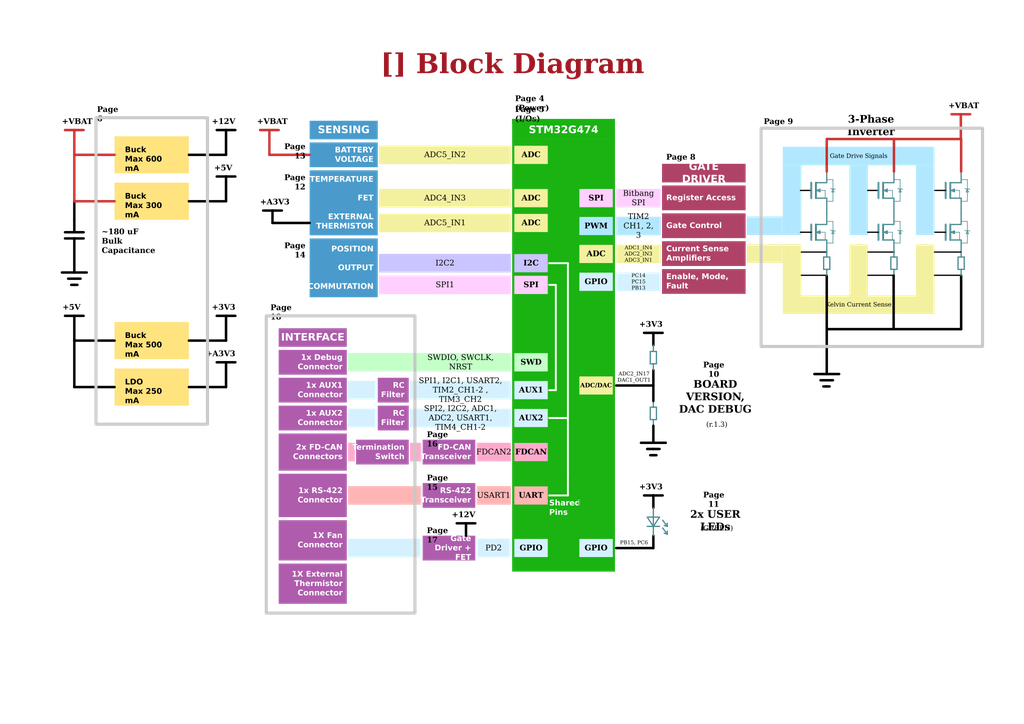
<source format=kicad_sch>
(kicad_sch (version 20230121) (generator eeschema)
  (paper "A3")
  (title_block (title "Block Diagram") (date "2023-11-30") (rev "${REVISION}") (company "${COMPANY}"))
  (lib_symbols)
  (polyline (pts (xy 363.855 77.597) (xy 362.585 78.105)) (stroke (width 0.508) (color 74 138 145 1)))
  (polyline (pts (xy 191.135 214.63) (xy 191.135 219.71)) (stroke (width 1.016) (color 0 0 0 1)))
  (polyline (pts (xy 365.379 110.49) (xy 367.919 110.49)) (stroke (width 0.508) (color 74 138 145 1)))
  (polyline (pts (xy 389.763 98.425) (xy 389.763 92.075)) (stroke (width 0.762) (color 74 138 145 1)))
  (polyline (pts (xy 338.455 95.25) (xy 338.455 98.425)) (stroke (width 0.254) (color 74 138 145 1)))
  (polyline (pts (xy 392.938 105.41) (xy 392.938 110.49)) (stroke (width 0.508) (color 74 138 145 1)))
  (polyline (pts (xy 267.97 224.79) (xy 267.97 219.71)) (stroke (width 1.016) (color 0 0 0 1)))
  (polyline (pts (xy 334.01 153.416) (xy 339.09 153.416)) (stroke (width 1.016) (color 0 0 0 1)))
  (polyline (pts (xy 273.685 219.075) (xy 273.685 217.805)) (stroke (width 0.508) (color 74 138 145 1)))
  (polyline (pts (xy 394.208 90.805) (xy 396.748 90.805)) (stroke (width 0.254) (color 74 138 145 1)))
  (polyline (pts (xy 266.7 149.225) (xy 269.24 149.225)) (stroke (width 0.508) (color 74 138 145 1)))
  (polyline (pts (xy 363.855 77.597) (xy 363.855 78.613)) (stroke (width 0.508) (color 74 138 145 1)))
  (polyline (pts (xy 395.478 105.41) (xy 395.478 110.49)) (stroke (width 0.508) (color 74 138 145 1)))
  (polyline (pts (xy 92.71 72.39) (xy 88.9 72.39)) (stroke (width 1.016) (color 0 0 0 1)))
  (polyline (pts (xy 267.97 164.465) (xy 267.97 158.115)) (stroke (width 1.016) (color 0 0 0 1)))
  (polyline (pts (xy 110.49 53.34) (xy 114.3 53.34)) (stroke (width 1.016) (color 200 50 50 1)))
  (polyline (pts (xy 340.995 94.615) (xy 342.265 94.615)) (stroke (width 0.254) (color 74 138 145 1)))
  (polyline (pts (xy 77.47 63.5) (xy 92.71 63.5)) (stroke (width 1.016) (color 0 0 0 1)))
  (polyline (pts (xy 340.614 77.216) (xy 340.995 77.47)) (stroke (width 0.254) (color 74 138 145 1)))
  (polyline (pts (xy 30.48 139.7) (xy 46.99 139.7)) (stroke (width 1.016) (color 0 0 0 1)))
  (polyline (pts (xy 366.649 98.425) (xy 362.204 98.425)) (stroke (width 0.508) (color 74 138 145 1)))
  (polyline (pts (xy 127 91.44) (xy 111.76 91.44)) (stroke (width 1.016) (color 0 0 0 1)))
  (polyline (pts (xy 30.48 111.76) (xy 35.56 111.76)) (stroke (width 1.016) (color 0 0 0 1)))
  (polyline (pts (xy 271.78 216.535) (xy 273.685 219.075)) (stroke (width 0.508) (color 74 138 145 1)))
  (polyline (pts (xy 336.296 94.742) (xy 335.026 95.25)) (stroke (width 0.508) (color 74 138 145 1)))
  (polyline (pts (xy 394.208 113.03) (xy 394.208 135.001)) (stroke (width 1.016) (color 0 0 0 1)))
  (polyline (pts (xy 127 63.5) (xy 110.49 63.5)) (stroke (width 1.016) (color 200 50 50 1)))
  (polyline (pts (xy 30.48 158.75) (xy 46.99 158.75)) (stroke (width 1.016) (color 0 0 0 1)))
  (polyline (pts (xy 339.09 155.956) (xy 336.55 155.956)) (stroke (width 1.016) (color 0 0 0 1)))
  (polyline (pts (xy 266.7 172.085) (xy 269.24 172.085)) (stroke (width 0.508) (color 74 138 145 1)))
  (polyline (pts (xy 397.256 78.74) (xy 396.748 77.47)) (stroke (width 0.254) (color 74 138 145 1)))
  (polyline (pts (xy 366.649 102.87) (xy 366.649 105.41)) (stroke (width 0.508) (color 74 138 145 1)))
  (polyline (pts (xy 267.97 219.71) (xy 267.97 208.28)) (stroke (width 0.508) (color 74 138 145 1)))
  (polyline (pts (xy 341.63 155.956) (xy 339.09 155.956)) (stroke (width 1.016) (color 0 0 0 1)))
  (polyline (pts (xy 92.71 53.34) (xy 88.9 53.34)) (stroke (width 1.016) (color 0 0 0 1)))
  (polyline (pts (xy 396.113 77.47) (xy 397.383 77.47)) (stroke (width 0.254) (color 74 138 145 1)))
  (polyline (pts (xy 266.7 144.145) (xy 269.24 144.145)) (stroke (width 0.508) (color 74 138 145 1)))
  (polyline (pts (xy 30.48 97.79) (xy 26.67 97.79)) (stroke (width 1.016) (color 0 0 0 1)))
  (polyline (pts (xy 271.78 203.2) (xy 267.97 203.2)) (stroke (width 1.016) (color 0 0 0 1)))
  (polyline (pts (xy 336.296 77.597) (xy 336.296 78.613)) (stroke (width 0.508) (color 74 138 145 1)))
  (polyline (pts (xy 366.014 95.25) (xy 366.014 98.425)) (stroke (width 0.254) (color 74 138 145 1)))
  (polyline (pts (xy 30.48 53.34) (xy 30.48 63.5)) (stroke (width 1.016) (color 200 50 50 1)))
  (polyline (pts (xy 106.68 53.34) (xy 110.49 53.34)) (stroke (width 1.016) (color 200 50 50 1)))
  (polyline (pts (xy 334.645 98.425) (xy 334.645 92.075)) (stroke (width 0.762) (color 74 138 145 1)))
  (polyline (pts (xy 383.413 95.25) (xy 387.858 95.25)) (stroke (width 0.508) (color 0 0 0 1)))
  (polyline (pts (xy 267.97 184.15) (xy 265.43 184.15)) (stroke (width 1.016) (color 0 0 0 1)))
  (polyline (pts (xy 390.144 95.25) (xy 391.414 95.758)) (stroke (width 0.508) (color 74 138 145 1)))
  (polyline (pts (xy 366.649 87.63) (xy 366.649 92.075)) (stroke (width 0.508) (color 74 138 145 1)))
  (polyline (pts (xy 341.63 90.805) (xy 341.63 99.695)) (stroke (width 0.254) (color 74 138 145 1)))
  (polyline (pts (xy 252.73 224.79) (xy 267.97 224.79)) (stroke (width 1.016) (color 0 0 0 1)))
  (polyline (pts (xy 369.697 78.74) (xy 369.189 77.47)) (stroke (width 0.254) (color 74 138 145 1)))
  (polyline (pts (xy 396.748 73.66) (xy 396.748 82.55)) (stroke (width 0.254) (color 74 138 145 1)))
  (polyline (pts (xy 338.455 78.105) (xy 334.645 78.105)) (stroke (width 0.254) (color 74 138 145 1)))
  (polyline (pts (xy 92.71 148.59) (xy 92.71 158.75)) (stroke (width 1.016) (color 0 0 0 1)))
  (polyline (pts (xy 267.97 149.225) (xy 267.97 151.765)) (stroke (width 0.508) (color 74 138 145 1)))
  (polyline (pts (xy 269.24 144.145) (xy 269.24 149.225)) (stroke (width 0.508) (color 74 138 145 1)))
  (polyline (pts (xy 366.649 57.023) (xy 394.208 57.023)) (stroke (width 1.016) (color 200 50 50 1)))
  (polyline (pts (xy 395.732 94.361) (xy 396.113 94.615)) (stroke (width 0.254) (color 74 138 145 1)))
  (polyline (pts (xy 30.48 82.55) (xy 30.48 90.17)) (stroke (width 1.016) (color 0 0 0 1)))
  (polyline (pts (xy 340.233 158.496) (xy 338.963 158.496)) (stroke (width 1.016) (color 0 0 0 1)))
  (polyline (pts (xy 96.52 148.59) (xy 92.71 148.59)) (stroke (width 1.016) (color 0 0 0 1)))
  (polyline (pts (xy 266.7 167.005) (xy 266.7 172.085)) (stroke (width 0.508) (color 74 138 145 1)))
  (polyline (pts (xy 393.573 78.105) (xy 389.763 78.105)) (stroke (width 0.254) (color 74 138 145 1)))
  (polyline (pts (xy 339.09 73.66) (xy 341.63 73.66)) (stroke (width 0.254) (color 74 138 145 1)))
  (polyline (pts (xy 342.138 95.885) (xy 341.122 95.885)) (stroke (width 0.254) (color 74 138 145 1)))
  (polyline (pts (xy 270.51 184.15) (xy 267.97 184.15)) (stroke (width 1.016) (color 0 0 0 1)))
  (polyline (pts (xy 368.554 94.615) (xy 369.824 94.615)) (stroke (width 0.254) (color 74 138 145 1)))
  (polyline (pts (xy 365.379 105.41) (xy 367.919 105.41)) (stroke (width 0.508) (color 74 138 145 1)))
  (polyline (pts (xy 339.09 81.28) (xy 339.09 85.725)) (stroke (width 0.508) (color 74 138 145 1)))
  (polyline (pts (xy 92.71 72.39) (xy 92.71 82.55)) (stroke (width 1.016) (color 0 0 0 1)))
  (polyline (pts (xy 262.89 181.61) (xy 267.97 181.61)) (stroke (width 1.016) (color 0 0 0 1)))
  (polyline (pts (xy 267.97 136.525) (xy 264.16 136.525)) (stroke (width 1.016) (color 0 0 0 1)))
  (polyline (pts (xy 363.855 94.742) (xy 362.585 95.25)) (stroke (width 0.508) (color 74 138 145 1)))
  (polyline (pts (xy 369.189 94.615) (xy 368.681 95.885)) (stroke (width 0.254) (color 74 138 145 1)))
  (polyline (pts (xy 111.76 86.36) (xy 115.57 86.36)) (stroke (width 1.016) (color 0 0 0 1)))
  (polyline (pts (xy 266.7 167.005) (xy 269.24 167.005)) (stroke (width 0.508) (color 74 138 145 1)))
  (polyline (pts (xy 368.173 94.361) (xy 368.554 94.615)) (stroke (width 0.254) (color 74 138 145 1)))
  (polyline (pts (xy 394.208 102.87) (xy 394.208 105.41)) (stroke (width 0.508) (color 74 138 145 1)))
  (polyline (pts (xy 397.256 95.885) (xy 396.24 95.885)) (stroke (width 0.254) (color 74 138 145 1)))
  (polyline (pts (xy 365.379 105.41) (xy 365.379 110.49)) (stroke (width 0.508) (color 74 138 145 1)))
  (polyline (pts (xy 396.113 94.615) (xy 397.383 94.615)) (stroke (width 0.254) (color 74 138 145 1)))
  (polyline (pts (xy 366.522 113.03) (xy 366.522 134.874)) (stroke (width 1.016) (color 0 0 0 1)))
  (polyline (pts (xy 31.75 116.84) (xy 30.48 116.84)) (stroke (width 1.016) (color 0 0 0 1)))
  (polyline (pts (xy 394.208 110.49) (xy 394.208 113.03)) (stroke (width 0.508) (color 74 138 145 1)))
  (polyline (pts (xy 393.573 95.25) (xy 389.763 95.25)) (stroke (width 0.254) (color 74 138 145 1)))
  (polyline (pts (xy 336.296 77.597) (xy 335.026 78.105)) (stroke (width 0.508) (color 74 138 145 1)))
  (polyline (pts (xy 366.649 81.28) (xy 366.649 85.725)) (stroke (width 0.508) (color 74 138 145 1)))
  (polyline (pts (xy 265.43 215.9) (xy 270.51 215.9)) (stroke (width 0.508) (color 74 138 145 1)))
  (polyline (pts (xy 366.649 81.28) (xy 362.204 81.28)) (stroke (width 0.508) (color 74 138 145 1)))
  (polyline (pts (xy 267.97 141.605) (xy 267.97 144.145)) (stroke (width 0.508) (color 74 138 145 1)))
  (polyline (pts (xy 370.205 77.724) (xy 369.824 77.47)) (stroke (width 0.254) (color 74 138 145 1)))
  (polyline (pts (xy 366.649 82.55) (xy 369.189 82.55)) (stroke (width 0.254) (color 74 138 145 1)))
  (polyline (pts (xy 396.748 90.805) (xy 396.748 99.695)) (stroke (width 0.254) (color 74 138 145 1)))
  (polyline (pts (xy 339.09 102.87) (xy 339.09 105.41)) (stroke (width 0.508) (color 74 138 145 1)))
  (polyline (pts (xy 267.97 180.975) (xy 267.97 174.625)) (stroke (width 1.016) (color 0 0 0 1)))
  (polyline (pts (xy 273.685 219.075) (xy 272.415 218.694)) (stroke (width 0.508) (color 74 138 145 1)))
  (polyline (pts (xy 396.748 77.47) (xy 396.24 78.74)) (stroke (width 0.254) (color 74 138 145 1)))
  (polyline (pts (xy 30.48 72.39) (xy 30.48 82.55)) (stroke (width 1.016) (color 200 50 50 1)))
  (polyline (pts (xy 342.138 95.885) (xy 341.63 94.615)) (stroke (width 0.254) (color 74 138 145 1)))
  (polyline (pts (xy 96.52 53.34) (xy 92.71 53.34)) (stroke (width 1.016) (color 0 0 0 1)))
  (polyline (pts (xy 392.938 110.49) (xy 395.478 110.49)) (stroke (width 0.508) (color 74 138 145 1)))
  (polyline (pts (xy 25.4 111.76) (xy 30.48 111.76)) (stroke (width 1.016) (color 0 0 0 1)))
  (polyline (pts (xy 34.29 129.54) (xy 30.48 129.54)) (stroke (width 1.016) (color 0 0 0 1)))
  (polyline (pts (xy 271.78 136.525) (xy 267.97 136.525)) (stroke (width 1.016) (color 0 0 0 1)))
  (polyline (pts (xy 30.48 63.5) (xy 30.48 72.39)) (stroke (width 1.016) (color 200 50 50 1)))
  (polyline (pts (xy 334.645 81.28) (xy 334.645 74.93)) (stroke (width 0.762) (color 74 138 145 1)))
  (polyline (pts (xy 92.71 129.54) (xy 88.9 129.54)) (stroke (width 1.016) (color 0 0 0 1)))
  (polyline (pts (xy 194.945 214.63) (xy 191.135 214.63)) (stroke (width 1.016) (color 0 0 0 1)))
  (polyline (pts (xy 46.99 82.55) (xy 30.48 82.55)) (stroke (width 1.016) (color 200 50 50 1)))
  (polyline (pts (xy 389.763 81.28) (xy 389.763 74.93)) (stroke (width 0.762) (color 74 138 145 1)))
  (polyline (pts (xy 355.981 112.903) (xy 366.776 112.903)) (stroke (width 0.508) (color 0 0 0 1)))
  (polyline (pts (xy 366.014 78.105) (xy 366.014 81.28)) (stroke (width 0.254) (color 74 138 145 1)))
  (polyline (pts (xy 366.649 90.805) (xy 369.189 90.805)) (stroke (width 0.254) (color 74 138 145 1)))
  (polyline (pts (xy 397.764 94.869) (xy 397.383 94.615)) (stroke (width 0.254) (color 74 138 145 1)))
  (polyline (pts (xy 267.97 203.2) (xy 264.16 203.2)) (stroke (width 1.016) (color 0 0 0 1)))
  (polyline (pts (xy 394.208 98.425) (xy 389.763 98.425)) (stroke (width 0.508) (color 74 138 145 1)))
  (polyline (pts (xy 267.97 141.605) (xy 267.97 136.525)) (stroke (width 1.016) (color 0 0 0 1)))
  (polyline (pts (xy 394.208 82.55) (xy 396.748 82.55)) (stroke (width 0.254) (color 74 138 145 1)))
  (polyline (pts (xy 395.732 77.216) (xy 396.113 77.47)) (stroke (width 0.254) (color 74 138 145 1)))
  (polyline (pts (xy 383.413 78.105) (xy 387.858 78.105)) (stroke (width 0.508) (color 0 0 0 1)))
  (polyline (pts (xy 394.208 98.425) (xy 394.208 102.87)) (stroke (width 0.508) (color 74 138 145 1)))
  (polyline (pts (xy 340.36 105.41) (xy 340.36 110.49)) (stroke (width 0.508) (color 74 138 145 1)))
  (polyline (pts (xy 339.09 98.425) (xy 339.09 102.87)) (stroke (width 0.508) (color 74 138 145 1)))
  (polyline (pts (xy 391.414 94.742) (xy 391.414 95.758)) (stroke (width 0.508) (color 74 138 145 1)))
  (polyline (pts (xy 232.918 194.31) (xy 232.918 203.2)) (stroke (width 0.762) (color 255 255 255 1)))
  (polyline (pts (xy 394.208 99.695) (xy 396.748 99.695)) (stroke (width 0.254) (color 74 138 145 1)))
  (polyline (pts (xy 332.74 81.28) (xy 332.74 74.93)) (stroke (width 0.762) (color 74 138 145 1)))
  (polyline (pts (xy 368.173 77.216) (xy 368.554 77.47)) (stroke (width 0.254) (color 74 138 145 1)))
  (polyline (pts (xy 232.918 171.45) (xy 232.918 116.84)) (stroke (width 0.762) (color 255 255 255 1)))
  (polyline (pts (xy 341.63 77.47) (xy 341.122 78.74)) (stroke (width 0.254) (color 74 138 145 1)))
  (polyline (pts (xy 269.24 186.69) (xy 267.97 186.69)) (stroke (width 1.016) (color 0 0 0 1)))
  (polyline (pts (xy 337.82 110.49) (xy 340.36 110.49)) (stroke (width 0.508) (color 74 138 145 1)))
  (polyline (pts (xy 338.455 95.25) (xy 334.645 95.25)) (stroke (width 0.254) (color 74 138 145 1)))
  (polyline (pts (xy 397.256 78.74) (xy 396.24 78.74)) (stroke (width 0.254) (color 74 138 145 1)))
  (polyline (pts (xy 342.646 94.869) (xy 342.265 94.615)) (stroke (width 0.254) (color 74 138 145 1)))
  (polyline (pts (xy 92.71 148.59) (xy 88.9 148.59)) (stroke (width 1.016) (color 0 0 0 1)))
  (polyline (pts (xy 339.09 85.725) (xy 339.09 87.63)) (stroke (width 0.508) (color 74 138 145 1)))
  (polyline (pts (xy 342.646 77.724) (xy 342.265 77.47)) (stroke (width 0.254) (color 74 138 145 1)))
  (polyline (pts (xy 362.585 78.105) (xy 363.855 78.613)) (stroke (width 0.508) (color 74 138 145 1)))
  (polyline (pts (xy 387.858 98.425) (xy 387.858 92.075)) (stroke (width 0.762) (color 74 138 145 1)))
  (polyline (pts (xy 46.99 63.5) (xy 30.48 63.5)) (stroke (width 1.016) (color 200 50 50 1)))
  (polyline (pts (xy 342.138 78.74) (xy 341.122 78.74)) (stroke (width 0.254) (color 74 138 145 1)))
  (polyline (pts (xy 355.981 103.378) (xy 366.776 103.378)) (stroke (width 0.508) (color 0 0 0 1)))
  (polyline (pts (xy 339.09 153.416) (xy 344.17 153.416)) (stroke (width 1.016) (color 0 0 0 1)))
  (polyline (pts (xy 96.52 129.54) (xy 92.71 129.54)) (stroke (width 1.016) (color 0 0 0 1)))
  (polyline (pts (xy 394.208 92.075) (xy 389.763 92.075)) (stroke (width 0.508) (color 74 138 145 1)))
  (polyline (pts (xy 396.748 94.615) (xy 396.24 95.885)) (stroke (width 0.254) (color 74 138 145 1)))
  (polyline (pts (xy 394.208 85.725) (xy 394.208 87.63)) (stroke (width 0.508) (color 74 138 145 1)))
  (polyline (pts (xy 391.414 94.742) (xy 390.144 95.25)) (stroke (width 0.508) (color 74 138 145 1)))
  (polyline (pts (xy 397.764 77.724) (xy 397.383 77.47)) (stroke (width 0.254) (color 74 138 145 1)))
  (polyline (pts (xy 92.71 129.54) (xy 92.71 139.7)) (stroke (width 1.016) (color 0 0 0 1)))
  (polyline (pts (xy 232.918 194.31) (xy 232.918 171.45)) (stroke (width 0.762) (color 255 255 255 1)))
  (polyline (pts (xy 26.67 53.34) (xy 30.48 53.34)) (stroke (width 1.016) (color 200 50 50 1)))
  (polyline (pts (xy 394.208 57.023) (xy 394.208 70.358)) (stroke (width 1.016) (color 200 50 50 1)))
  (polyline (pts (xy 339.09 57.023) (xy 339.09 70.358)) (stroke (width 1.016) (color 200 50 50 1)))
  (polyline (pts (xy 252.73 158.115) (xy 267.97 158.115)) (stroke (width 1.016) (color 0 0 0 1)))
  (polyline (pts (xy 369.697 95.885) (xy 369.189 94.615)) (stroke (width 0.254) (color 74 138 145 1)))
  (polyline (pts (xy 225.044 160.02) (xy 227.965 160.02)) (stroke (width 0.762) (color 255 255 255 1)))
  (polyline (pts (xy 225.044 107.95) (xy 232.918 107.95)) (stroke (width 0.762) (color 255 255 255 1)))
  (polyline (pts (xy 340.614 94.361) (xy 340.995 94.615)) (stroke (width 0.254) (color 74 138 145 1)))
  (polyline (pts (xy 267.97 215.9) (xy 270.51 212.09)) (stroke (width 0.508) (color 74 138 145 1)))
  (polyline (pts (xy 339.09 99.695) (xy 341.63 99.695)) (stroke (width 0.254) (color 74 138 145 1)))
  (polyline (pts (xy 339.09 113.03) (xy 339.09 135.001)) (stroke (width 1.016) (color 0 0 0 1)))
  (polyline (pts (xy 394.081 46.863) (xy 397.891 46.863)) (stroke (width 1.016) (color 200 50 50 1)))
  (polyline (pts (xy 225.044 116.84) (xy 227.965 116.84)) (stroke (width 0.762) (color 255 255 255 1)))
  (polyline (pts (xy 339.09 74.93) (xy 334.645 74.93)) (stroke (width 0.508) (color 74 138 145 1)))
  (polyline (pts (xy 30.48 53.34) (xy 34.29 53.34)) (stroke (width 1.016) (color 200 50 50 1)))
  (polyline (pts (xy 30.48 97.79) (xy 30.48 111.76)) (stroke (width 1.016) (color 0 0 0 1)))
  (polyline (pts (xy 328.676 103.378) (xy 338.836 103.378)) (stroke (width 0.508) (color 0 0 0 1)))
  (polyline (pts (xy 338.455 78.105) (xy 338.455 81.28)) (stroke (width 0.254) (color 74 138 145 1)))
  (polyline (pts (xy 30.48 95.25) (xy 26.67 95.25)) (stroke (width 1.016) (color 0 0 0 1)))
  (polyline (pts (xy 332.74 98.425) (xy 332.74 92.075)) (stroke (width 0.762) (color 74 138 145 1)))
  (polyline (pts (xy 328.295 78.105) (xy 332.74 78.105)) (stroke (width 0.508) (color 0 0 0 1)))
  (polyline (pts (xy 30.48 139.7) (xy 30.48 158.75)) (stroke (width 1.016) (color 0 0 0 1)))
  (polyline (pts (xy 338.963 158.496) (xy 337.693 158.496)) (stroke (width 1.016) (color 0 0 0 1)))
  (polyline (pts (xy 368.554 77.47) (xy 369.824 77.47)) (stroke (width 0.254) (color 74 138 145 1)))
  (polyline (pts (xy 363.855 94.742) (xy 363.855 95.758)) (stroke (width 0.508) (color 74 138 145 1)))
  (polyline (pts (xy 394.208 73.66) (xy 396.748 73.66)) (stroke (width 0.254) (color 74 138 145 1)))
  (polyline (pts (xy 355.854 95.25) (xy 360.299 95.25)) (stroke (width 0.508) (color 0 0 0 1)))
  (polyline (pts (xy 267.97 208.28) (xy 267.97 203.2)) (stroke (width 1.016) (color 0 0 0 1)))
  (polyline (pts (xy 362.585 95.25) (xy 363.855 95.758)) (stroke (width 0.508) (color 74 138 145 1)))
  (polyline (pts (xy 265.43 212.09) (xy 270.51 212.09)) (stroke (width 0.508) (color 74 138 145 1)))
  (polyline (pts (xy 110.49 53.34) (xy 110.49 63.5)) (stroke (width 1.016) (color 200 50 50 1)))
  (polyline (pts (xy 391.414 77.597) (xy 391.414 78.613)) (stroke (width 0.508) (color 74 138 145 1)))
  (polyline (pts (xy 30.48 116.84) (xy 29.21 116.84)) (stroke (width 1.016) (color 0 0 0 1)))
  (polyline (pts (xy 394.208 81.28) (xy 389.763 81.28)) (stroke (width 0.508) (color 74 138 145 1)))
  (polyline (pts (xy 34.29 95.25) (xy 30.48 95.25)) (stroke (width 1.016) (color 0 0 0 1)))
  (polyline (pts (xy 92.71 53.34) (xy 92.71 63.5)) (stroke (width 1.016) (color 0 0 0 1)))
  (polyline (pts (xy 387.858 81.28) (xy 387.858 74.93)) (stroke (width 0.762) (color 74 138 145 1)))
  (polyline (pts (xy 339.09 70.485) (xy 339.09 74.93)) (stroke (width 0.508) (color 74 138 145 1)))
  (polyline (pts (xy 342.138 78.74) (xy 341.63 77.47)) (stroke (width 0.254) (color 74 138 145 1)))
  (polyline (pts (xy 328.295 95.25) (xy 332.74 95.25)) (stroke (width 0.508) (color 0 0 0 1)))
  (polyline (pts (xy 339.09 110.49) (xy 339.09 113.03)) (stroke (width 0.508) (color 74 138 145 1)))
  (polyline (pts (xy 34.29 97.79) (xy 30.48 97.79)) (stroke (width 1.016) (color 0 0 0 1)))
  (polyline (pts (xy 96.52 72.39) (xy 92.71 72.39)) (stroke (width 1.016) (color 0 0 0 1)))
  (polyline (pts (xy 339.09 135.001) (xy 394.208 135.001)) (stroke (width 1.016) (color 0 0 0 1)))
  (polyline (pts (xy 366.649 57.023) (xy 366.649 70.358)) (stroke (width 1.016) (color 200 50 50 1)))
  (polyline (pts (xy 30.48 129.54) (xy 30.48 139.7)) (stroke (width 1.016) (color 0 0 0 1)))
  (polyline (pts (xy 394.208 70.485) (xy 394.208 74.93)) (stroke (width 0.508) (color 74 138 145 1)))
  (polyline (pts (xy 366.649 92.075) (xy 362.204 92.075)) (stroke (width 0.508) (color 74 138 145 1)))
  (polyline (pts (xy 191.135 214.63) (xy 187.325 214.63)) (stroke (width 1.016) (color 0 0 0 1)))
  (polyline (pts (xy 391.414 77.597) (xy 390.144 78.105)) (stroke (width 0.508) (color 74 138 145 1)))
  (polyline (pts (xy 367.919 105.41) (xy 367.919 110.49)) (stroke (width 0.508) (color 74 138 145 1)))
  (polyline (pts (xy 366.014 95.25) (xy 362.204 95.25)) (stroke (width 0.254) (color 74 138 145 1)))
  (polyline (pts (xy 273.685 215.9) (xy 272.415 215.519)) (stroke (width 0.508) (color 74 138 145 1)))
  (polyline (pts (xy 339.09 57.023) (xy 366.649 57.023)) (stroke (width 1.016) (color 200 50 50 1)))
  (polyline (pts (xy 370.205 94.869) (xy 369.824 94.615)) (stroke (width 0.254) (color 74 138 145 1)))
  (polyline (pts (xy 267.97 164.465) (xy 267.97 167.005)) (stroke (width 0.508) (color 74 138 145 1)))
  (polyline (pts (xy 77.47 158.75) (xy 92.71 158.75)) (stroke (width 1.016) (color 0 0 0 1)))
  (polyline (pts (xy 227.965 160.02) (xy 227.965 125.73)) (stroke (width 0.762) (color 255 255 255 1)))
  (polyline (pts (xy 339.09 82.55) (xy 341.63 82.55)) (stroke (width 0.254) (color 74 138 145 1)))
  (polyline (pts (xy 362.204 98.425) (xy 362.204 92.075)) (stroke (width 0.762) (color 74 138 145 1)))
  (polyline (pts (xy 273.685 215.9) (xy 273.685 214.63)) (stroke (width 0.508) (color 74 138 145 1)))
  (polyline (pts (xy 77.47 139.7) (xy 92.71 139.7)) (stroke (width 1.016) (color 0 0 0 1)))
  (polyline (pts (xy 369.189 73.66) (xy 369.189 82.55)) (stroke (width 0.254) (color 74 138 145 1)))
  (polyline (pts (xy 266.7 144.145) (xy 266.7 149.225)) (stroke (width 0.508) (color 74 138 145 1)))
  (polyline (pts (xy 267.97 181.61) (xy 273.05 181.61)) (stroke (width 1.016) (color 0 0 0 1)))
  (polyline (pts (xy 360.299 81.28) (xy 360.299 74.93)) (stroke (width 0.762) (color 74 138 145 1)))
  (polyline (pts (xy 362.204 81.28) (xy 362.204 74.93)) (stroke (width 0.762) (color 74 138 145 1)))
  (polyline (pts (xy 366.649 73.66) (xy 369.189 73.66)) (stroke (width 0.254) (color 74 138 145 1)))
  (polyline (pts (xy 360.299 98.425) (xy 360.299 92.075)) (stroke (width 0.762) (color 74 138 145 1)))
  (polyline (pts (xy 30.48 129.54) (xy 26.67 129.54)) (stroke (width 1.016) (color 0 0 0 1)))
  (polyline (pts (xy 339.09 81.28) (xy 334.645 81.28)) (stroke (width 0.508) (color 74 138 145 1)))
  (polyline (pts (xy 30.48 90.17) (xy 30.48 95.25)) (stroke (width 1.016) (color 0 0 0 1)))
  (polyline (pts (xy 339.09 90.805) (xy 341.63 90.805)) (stroke (width 0.254) (color 74 138 145 1)))
  (polyline (pts (xy 390.144 78.105) (xy 391.414 78.613)) (stroke (width 0.508) (color 74 138 145 1)))
  (polyline (pts (xy 355.854 78.105) (xy 360.299 78.105)) (stroke (width 0.508) (color 0 0 0 1)))
  (polyline (pts (xy 111.76 86.36) (xy 111.76 91.44)) (stroke (width 1.016) (color 0 0 0 1)))
  (polyline (pts (xy 267.97 186.69) (xy 266.7 186.69)) (stroke (width 1.016) (color 0 0 0 1)))
  (polyline (pts (xy 271.78 213.36) (xy 273.685 215.9)) (stroke (width 0.508) (color 74 138 145 1)))
  (polyline (pts (xy 369.697 95.885) (xy 368.681 95.885)) (stroke (width 0.254) (color 74 138 145 1)))
  (polyline (pts (xy 366.649 98.425) (xy 366.649 102.87)) (stroke (width 0.508) (color 74 138 145 1)))
  (polyline (pts (xy 227.965 116.84) (xy 227.965 125.73)) (stroke (width 0.762) (color 255 255 255 1)))
  (polyline (pts (xy 225.044 171.45) (xy 232.918 171.45)) (stroke (width 0.762) (color 255 255 255 1)))
  (polyline (pts (xy 369.189 90.805) (xy 369.189 99.695)) (stroke (width 0.254) (color 74 138 145 1)))
  (polyline (pts (xy 335.026 95.25) (xy 336.296 95.758)) (stroke (width 0.508) (color 74 138 145 1)))
  (polyline (pts (xy 393.573 78.105) (xy 393.573 81.28)) (stroke (width 0.254) (color 74 138 145 1)))
  (polyline (pts (xy 328.676 112.903) (xy 338.836 112.903)) (stroke (width 0.508) (color 0 0 0 1)))
  (polyline (pts (xy 339.09 152.781) (xy 339.09 133.985)) (stroke (width 1.016) (color 0 0 0 1)))
  (polyline (pts (xy 267.97 158.115) (xy 267.97 151.765)) (stroke (width 1.016) (color 0 0 0 1)))
  (polyline (pts (xy 366.014 78.105) (xy 362.204 78.105)) (stroke (width 0.254) (color 74 138 145 1)))
  (polyline (pts (xy 394.081 46.863) (xy 394.081 57.023)) (stroke (width 1.016) (color 200 50 50 1)))
  (polyline (pts (xy 366.649 74.93) (xy 362.204 74.93)) (stroke (width 0.508) (color 74 138 145 1)))
  (polyline (pts (xy 335.026 78.105) (xy 336.296 78.613)) (stroke (width 0.508) (color 74 138 145 1)))
  (polyline (pts (xy 366.649 99.695) (xy 369.189 99.695)) (stroke (width 0.254) (color 74 138 145 1)))
  (polyline (pts (xy 33.02 114.3) (xy 30.48 114.3)) (stroke (width 1.016) (color 0 0 0 1)))
  (polyline (pts (xy 397.256 95.885) (xy 396.748 94.615)) (stroke (width 0.254) (color 74 138 145 1)))
  (polyline (pts (xy 77.47 82.55) (xy 92.71 82.55)) (stroke (width 1.016) (color 0 0 0 1)))
  (polyline (pts (xy 336.296 94.742) (xy 336.296 95.758)) (stroke (width 0.508) (color 74 138 145 1)))
  (polyline (pts (xy 337.82 105.41) (xy 337.82 110.49)) (stroke (width 0.508) (color 74 138 145 1)))
  (polyline (pts (xy 383.286 112.903) (xy 394.081 112.903)) (stroke (width 0.508) (color 0 0 0 1)))
  (polyline (pts (xy 339.09 98.425) (xy 334.645 98.425)) (stroke (width 0.508) (color 74 138 145 1)))
  (polyline (pts (xy 225.044 203.2) (xy 232.918 203.2)) (stroke (width 0.762) (color 255 255 255 1)))
  (polyline (pts (xy 30.48 114.3) (xy 27.94 114.3)) (stroke (width 1.016) (color 0 0 0 1)))
  (polyline (pts (xy 339.09 87.63) (xy 339.09 92.075)) (stroke (width 0.508) (color 74 138 145 1)))
  (polyline (pts (xy 340.995 77.47) (xy 342.265 77.47)) (stroke (width 0.254) (color 74 138 145 1)))
  (polyline (pts (xy 369.189 77.47) (xy 368.681 78.74)) (stroke (width 0.254) (color 74 138 145 1)))
  (polyline (pts (xy 232.918 107.95) (xy 232.918 116.84)) (stroke (width 0.762) (color 255 255 255 1)))
  (polyline (pts (xy 267.97 172.085) (xy 267.97 174.625)) (stroke (width 0.508) (color 74 138 145 1)))
  (polyline (pts (xy 269.24 167.005) (xy 269.24 172.085)) (stroke (width 0.508) (color 74 138 145 1)))
  (polyline (pts (xy 366.649 70.485) (xy 366.649 74.93)) (stroke (width 0.508) (color 74 138 145 1)))
  (polyline (pts (xy 390.271 46.863) (xy 394.081 46.863)) (stroke (width 1.016) (color 200 50 50 1)))
  (polyline (pts (xy 394.208 87.63) (xy 394.208 92.075)) (stroke (width 0.508) (color 74 138 145 1)))
  (polyline (pts (xy 366.649 85.725) (xy 366.649 87.63)) (stroke (width 0.508) (color 74 138 145 1)))
  (polyline (pts (xy 341.63 73.66) (xy 341.63 82.55)) (stroke (width 0.254) (color 74 138 145 1)))
  (polyline (pts (xy 366.649 110.49) (xy 366.649 113.03)) (stroke (width 0.508) (color 74 138 145 1)))
  (polyline (pts (xy 383.286 103.378) (xy 394.081 103.378)) (stroke (width 0.508) (color 0 0 0 1)))
  (polyline (pts (xy 394.208 81.28) (xy 394.208 85.725)) (stroke (width 0.508) (color 74 138 145 1)))
  (polyline (pts (xy 339.09 92.075) (xy 334.645 92.075)) (stroke (width 0.508) (color 74 138 145 1)))
  (polyline (pts (xy 392.938 105.41) (xy 395.478 105.41)) (stroke (width 0.508) (color 74 138 145 1)))
  (polyline (pts (xy 337.82 105.41) (xy 340.36 105.41)) (stroke (width 0.508) (color 74 138 145 1)))
  (polyline (pts (xy 107.95 86.36) (xy 111.76 86.36)) (stroke (width 1.016) (color 0 0 0 1)))
  (polyline (pts (xy 369.697 78.74) (xy 368.681 78.74)) (stroke (width 0.254) (color 74 138 145 1)))
  (polyline (pts (xy 267.97 215.9) (xy 265.43 212.09)) (stroke (width 0.508) (color 74 138 145 1)))
  (polyline (pts (xy 394.208 74.93) (xy 389.763 74.93)) (stroke (width 0.508) (color 74 138 145 1)))
  (polyline (pts (xy 341.63 94.615) (xy 341.122 95.885)) (stroke (width 0.254) (color 74 138 145 1)))
  (polyline (pts (xy 393.573 95.25) (xy 393.573 98.425)) (stroke (width 0.254) (color 74 138 145 1)))
  (rectangle (start 210.82 120.65) (end 224.79 144.78) (stroke (width 0) (color 26 179 18 1)) (fill (type color) (color 26 179 18 1)))
  (rectangle (start 237.49 96.52) (end 251.46 100.33) (stroke (width 0) (color 26 179 18 1)) (fill (type color) (color 26 179 18 1)))
  (rectangle (start 46.99 55.88) (end 77.47 71.12) (stroke (width -0.0001) (color 0 0 0 1)) (fill (type color) (color 255 200 0 0.5019607843)))
  (rectangle (start 210.82 95.25) (end 224.79 104.14) (stroke (width 0) (color 26 179 18 1)) (fill (type color) (color 26 179 18 1)))
  (rectangle (start 237.49 119.38) (end 251.46 154.305) (stroke (width 0) (color 26 179 18 1)) (fill (type color) (color 26 179 18 1)))
  (rectangle (start 210.82 111.76) (end 224.79 113.03) (stroke (width 0) (color 26 179 18 1)) (fill (type color) (color 26 179 18 1)))
  (rectangle (start 237.49 161.925) (end 251.46 220.98) (stroke (width 0) (color 26 179 18 1)) (fill (type color) (color 26 179 18 1)))
  (rectangle (start 210.185 48.895) (end 252.095 50.8) (stroke (width 0.254) (color 26 179 18 1)) (fill (type color) (color 26 179 18 1)))
  (rectangle (start 46.99 151.13) (end 77.47 166.37) (stroke (width -0.0001) (color 0 0 0 1)) (fill (type color) (color 255 200 0 0.5019607843)))
  (rectangle (start 210.82 152.4) (end 224.79 156.21) (stroke (width 0) (color 26 179 18 1)) (fill (type color) (color 26 179 18 1)))
  (rectangle (start 210.82 85.09) (end 224.79 87.63) (stroke (width 0) (color 26 179 18 1)) (fill (type color) (color 26 179 18 1)))
  (rectangle (start 312.166 52.578) (end 402.971 142.113) (stroke (width 1.27) (color 200 200 200 1)))
  (rectangle (start 251.46 48.895) (end 252.095 234.315) (stroke (width 0.254) (color 26 179 18 1)) (fill (type color) (color 26 179 18 1)))
  (rectangle (start 46.99 132.08) (end 77.47 147.32) (stroke (width -0.0001) (color 0 0 0 1)) (fill (type color) (color 255 200 0 0.5019607843)))
  (rectangle (start 210.82 207.01) (end 224.79 220.98) (stroke (width 0) (color 26 179 18 1)) (fill (type color) (color 26 179 18 1)))
  (rectangle (start 46.99 74.93) (end 77.47 90.17) (stroke (width -0.0001) (color 0 0 0 1)) (fill (type color) (color 255 200 0 0.5019607843)))
  (rectangle (start 210.82 57.15) (end 252.095 59.69) (stroke (width 0) (color 26 179 18 1)) (fill (type color) (color 26 179 18 1)))
  (rectangle (start 39.37 48.26) (end 85.09 173.99) (stroke (width 1.27) (color 200 200 200 1)))
  (rectangle (start 224.79 59.055) (end 237.49 234.315) (stroke (width 0.254) (color 26 179 18 1)) (fill (type color) (color 26 179 18 1)))
  (rectangle (start 237.49 107.95) (end 251.46 111.76) (stroke (width 0) (color 26 179 18 1)) (fill (type color) (color 26 179 18 1)))
  (rectangle (start 237.49 85.09) (end 251.46 88.9) (stroke (width 0) (color 26 179 18 1)) (fill (type color) (color 26 179 18 1)))
  (rectangle (start 210.82 189.23) (end 224.79 199.39) (stroke (width 0) (color 26 179 18 1)) (fill (type color) (color 26 179 18 1)))
  (rectangle (start 109.22 129.54) (end 170.18 251.46) (stroke (width 1.27) (color 200 200 200 1)))
  (rectangle (start 237.49 59.69) (end 251.46 77.47) (stroke (width 0) (color 26 179 18 1)) (fill (type color) (color 26 179 18 1)))
  (rectangle (start 210.82 163.83) (end 224.79 167.64) (stroke (width 0) (color 26 179 18 1)) (fill (type color) (color 26 179 18 1)))
  (rectangle (start 210.185 48.895) (end 210.82 234.315) (stroke (width 0.254) (color 26 179 18 1)) (fill (type color) (color 26 179 18 1)))
  (rectangle (start 210.82 228.6) (end 224.79 234.315) (stroke (width 0.254) (color 26 179 18 1)) (fill (type color) (color 26 179 18 1)))
  (rectangle (start 210.82 175.26) (end 224.79 181.61) (stroke (width 0) (color 26 179 18 1)) (fill (type color) (color 26 179 18 1)))
  (rectangle (start 210.82 67.31) (end 224.79 77.47) (stroke (width 0) (color 26 179 18 1)) (fill (type color) (color 26 179 18 1)))
  (rectangle (start 237.49 228.6) (end 251.46 234.315) (stroke (width 0.254) (color 26 179 18 1)) (fill (type color) (color 26 179 18 1)))
  (text_box "INTERFACE" (at 114.3 134.62 0) (size 27.94 7.62) (stroke (width -0.0001)) (fill (type color) (color 175 92 173 1)) (effects (font (size 3.048 3.048) bold)))
  (text_box "ADC" (at 210.82 77.47 0) (size 13.97 7.62) (stroke (width -0.0001)) (fill (type color) (color 243 240 160 1)) (effects (font (size 2.286 2.286) bold)))
  (text_box "" (at 142.748 156.21 0) (size 11.684 7.62) (stroke (width -0.0001)) (fill (type color) (color 213 241 255 1)) (effects (font (size 2.286 2.286) bold)))
  (text_box "" (at 306.324 100.203 0) (size 14.732 7.62) (stroke (width -0.0001)) (fill (type color) (color 243 240 160 1)) (effects (font (size 2.286 2.286) bold)))
  (text_box "~180 uF Bulk Capacitance" (at 40.005 92.075 0) (size 25.4 10.16) (stroke (width -0.0001)) (effects (font (size 2.286 2.286) (thickness 0.254) bold) (justify left top)))
  (text_box "AUX1" (at 210.82 156.21 0) (size 13.97 7.62) (stroke (width -0.0001)) (fill (type color) (color 213 241 255 1)) (effects (font (size 2.286 2.286) bold)))
  (text_box "ADC4_IN3" (at 155.448 77.47 0) (size 54.102 7.62) (stroke (width -0.0001)) (fill (type color) (color 243 240 160 1)) (effects (font (size 2.286 2.286) italic)))
  (text_box "STM32G474" (at 210.82 49.53 0) (size 40.64 7.62) (stroke (width -0.0001)) (fill (type color) (color 26 179 18 1)) (effects (font (size 3.048 3.048) bold)))
  (text_box "" (at 375.666 67.818 90) (size 7.62 28.575) (stroke (width -0.0001)) (fill (type color) (color 178 232 255 1)) (effects (font (size 2.286 2.286) bold)))
  (text_box "SPI1" (at 155.448 113.03 0) (size 54.102 7.62) (stroke (width -0.0001)) (fill (type color) (color 255 207 255 1)) (effects (font (size 2.286 2.286) italic)))
  (text_box "BOARD VERSION, DAC DEBUG" (at 275.59 153.67 0) (size 35.56 17.78) (stroke (width -0.0001)) (effects (font (size 3.048 3.048) (thickness 0.4572) bold) (justify top)))
  (text_box "Page 15" (at 173.355 193.04 0) (size 17.78 5.08) (stroke (width -0.0001)) (effects (font (size 2.286 2.286) (thickness 0.4572) bold) (justify left top)))
  (text_box "1x RS-422 Connector" (at 114.3 194.31 0) (size 27.94 17.78) (stroke (width -0.0001)) (fill (type color) (color 175 92 173 1)) (effects (font (size 2.286 2.286) bold) (justify right)))
  (text_box "Gate Driver + FET" (at 173.355 219.71 0) (size 21.59 10.16) (stroke (width -0.0001)) (fill (type color) (color 175 92 173 1)) (effects (font (size 2.286 2.286) bold) (justify right)))
  (text_box "ADC" (at 210.82 87.63 0) (size 13.97 7.62) (stroke (width -0.0001)) (fill (type color) (color 243 240 160 1)) (effects (font (size 2.286 2.286) bold)))
  (text_box "" (at 348.361 100.203 90) (size 7.62 20.955) (stroke (width -0.0001)) (fill (type color) (color 243 240 160 1)) (effects (font (size 2.286 2.286) bold)))
  (text_box "ADC" (at 210.82 59.69 0) (size 13.97 7.62) (stroke (width -0.0001)) (fill (type color) (color 243 240 160 1)) (effects (font (size 2.286 2.286) bold)))
  (text_box "LDO\nMax 250 mA" (at 49.53 153.67 0) (size 25.4 10.16) (stroke (width -0.0001)) (effects (font (size 2.286 2.286) (thickness 0.254) bold) (justify left top)))
  (text_box "RC Filter" (at 154.94 166.37 0) (size 12.7 10.16) (stroke (width -0.0001)) (fill (type color) (color 175 92 173 1)) (effects (font (size 2.286 2.286) bold) (justify right)))
  (text_box "Page 8" (at 271.526 61.468 0) (size 17.78 5.08) (stroke (width -0.0001)) (effects (font (size 2.286 2.286) (thickness 0.4572) bold) (justify left top)))
  (text_box "Bitbang SPI" (at 252.73 77.47 0) (size 18.288 7.62) (stroke (width -0.0001)) (fill (type color) (color 255 207 255 1)) (effects (font (size 2.286 2.286) italic)))
  (text_box "Page 9" (at 311.531 46.863 0) (size 17.78 5.08) (stroke (width -0.0001)) (effects (font (size 2.286 2.286) (thickness 0.4572) bold) (justify left top)))
  (text_box "ADC5_IN2" (at 155.448 59.69 0) (size 54.102 7.62) (stroke (width -0.0001)) (fill (type color) (color 243 240 160 1)) (effects (font (size 2.286 2.286) italic)))
  (text_box "Page 11" (at 283.845 200.025 0) (size 17.78 5.08) (stroke (width -0.0001)) (effects (font (size 2.286 2.286) (thickness 0.4572) bold) (justify top)))
  (text_box "" (at 142.748 181.61 0) (size 2.794 7.62) (stroke (width -0.0001)) (fill (type color) (color 255 170 204 1)) (effects (font (size 2.286 2.286) bold)))
  (text_box "POSITION\n\nOUTPUT\n\nCOMMUTATION" (at 127 97.79 0) (size 27.94 24.13) (stroke (width -0.0001)) (fill (type color) (color 74 155 203 1)) (effects (font (size 2.286 2.286) bold) (justify right)))
  (text_box "Shared Pins" (at 223.52 204.47 0) (size 13.97 7.62) (stroke (width -0.0001)) (effects (font (size 2.286 2.286) bold) (justify left)))
  (text_box "ADC1_IN4 ADC2_IN3 ADC3_IN1" (at 252.73 100.33 0) (size 18.288 7.62) (stroke (width -0.0001)) (fill (type color) (color 243 240 160 1)) (effects (font (size 1.524 1.524) italic)))
  (text_box "I2C2" (at 155.448 104.14 0) (size 54.102 7.62) (stroke (width -0.0001)) (fill (type color) (color 202 196 255 1)) (effects (font (size 2.286 2.286) italic)))
  (text_box "GATE DRIVER" (at 271.526 67.183 0) (size 34.29 7.62) (stroke (width -0.0001)) (fill (type color) (color 175 67 103 1)) (effects (font (size 3.048 3.048) bold)))
  (text_box "3-Phase Inverter" (at 339.471 44.958 0) (size 35.56 7.62) (stroke (width -0.0001)) (effects (font (size 3.048 3.048) (thickness 0.4572) bold) (justify top)))
  (text_box "" (at 375.666 100.203 90) (size 7.62 20.955) (stroke (width -0.0001)) (fill (type color) (color 243 240 160 1)) (effects (font (size 2.286 2.286) bold)))
  (text_box "RC Filter" (at 154.94 154.94 0) (size 12.7 10.16) (stroke (width -0.0001)) (fill (type color) (color 175 92 173 1)) (effects (font (size 2.286 2.286) bold) (justify right)))
  (text_box "" (at 142.748 167.64 0) (size 11.684 7.62) (stroke (width -0.0001)) (fill (type color) (color 213 241 255 1)) (effects (font (size 2.286 2.286) bold)))
  (text_box "BATTERY VOLTAGE" (at 127 58.42 0) (size 27.94 10.16) (stroke (width -0.0001)) (fill (type color) (color 74 155 203 1)) (effects (font (size 2.286 2.286) bold) (justify right)))
  (text_box "Termination Switch" (at 146.05 180.34 0) (size 21.59 10.16) (stroke (width -0.0001)) (fill (type color) (color 175 92 173 1)) (effects (font (size 2.286 2.286) bold) (justify right)))
  (text_box "Buck\nMax 300 mA" (at 49.53 77.47 0) (size 25.4 10.16) (stroke (width -0.0001)) (effects (font (size 2.286 2.286) (thickness 0.254) bold) (justify left top)))
  (text_box "1x AUX1 Connector" (at 114.3 154.94 0) (size 27.94 10.16) (stroke (width -0.0001)) (fill (type color) (color 175 92 173 1)) (effects (font (size 2.286 2.286) bold) (justify right)))
  (text_box "UART" (at 210.82 199.39 0) (size 13.97 7.62) (stroke (width -0.0001)) (fill (type color) (color 255 181 181 1)) (effects (font (size 2.286 2.286) bold)))
  (text_box "Current Sense Amplifiers" (at 271.526 98.933 0) (size 34.29 10.16) (stroke (width -0.0001)) (fill (type color) (color 175 67 103 1)) (effects (font (size 2.286 2.286) bold) (justify left)))
  (text_box "SWDIO, SWCLK, NRST" (at 168.275 144.78 0) (size 41.275 7.62) (stroke (width -0.0001)) (fill (type color) (color 195 255 199 1)) (effects (font (size 2.286 2.286) italic)))
  (text_box "RS-422 Transceiver" (at 173.355 198.12 0) (size 21.59 10.16) (stroke (width -0.0001)) (fill (type color) (color 175 92 173 1)) (effects (font (size 2.286 2.286) bold) (justify right)))
  (text_box "Page 10" (at 283.845 146.685 0) (size 17.78 5.08) (stroke (width -0.0001)) (effects (font (size 2.286 2.286) (thickness 0.4572) bold) (justify top)))
  (text_box "Gate Drive Signals" (at 321.056 60.198 0) (size 62.23 7.62) (stroke (width -0.0001)) (fill (type color) (color 178 232 255 1)) (effects (font (size 1.778 1.778) italic)))
  (text_box "GPIO" (at 237.49 220.98 0) (size 13.97 7.62) (stroke (width -0.0001)) (fill (type color) (color 213 241 255 1)) (effects (font (size 2.286 2.286) bold)))
  (text_box "Register Access" (at 271.526 76.073 0) (size 34.29 10.16) (stroke (width -0.0001)) (fill (type color) (color 175 67 103 1)) (effects (font (size 2.286 2.286) bold) (justify left)))
  (text_box "[${#}] ${TITLE}" (at 144.78 20.32 0) (size 130.81 12.7) (stroke (width -0.0001)) (effects (font (size 8 8) (thickness 1.2) bold)))
  (text_box "GPIO" (at 210.82 220.98 0) (size 13.97 7.62) (stroke (width -0.0001)) (fill (type color) (color 213 241 255 1)) (effects (font (size 2.286 2.286) bold)))
  (text_box "Page 6" (at 38.1 41.91 0) (size 13.97 5.08) (stroke (width -0.0001)) (effects (font (size 2.286 2.286) (thickness 0.4572) bold) (justify left top)))
  (text_box "Page 14" (at 109.22 97.79 0) (size 17.78 5.08) (stroke (width -0.0001)) (effects (font (size 2.286 2.286) (thickness 0.4572) bold) (justify right top)))
  (text_box "" (at 348.361 67.818 90) (size 7.62 28.575) (stroke (width -0.0001)) (fill (type color) (color 178 232 255 1)) (effects (font (size 2.286 2.286) bold)))
  (text_box "I2C" (at 210.82 104.14 0) (size 13.97 7.62) (stroke (width -0.0001)) (fill (type color) (color 202 196 255 1)) (effects (font (size 2.286 2.286) bold)))
  (text_box "FDCAN2" (at 195.453 181.61 0) (size 14.097 7.62) (stroke (width -0.0001)) (fill (type color) (color 255 170 204 1)) (effects (font (size 2.286 2.286) italic)))
  (text_box "1X Fan Connector" (at 114.3 213.36 0) (size 27.94 16.51) (stroke (width -0.0001)) (fill (type color) (color 175 92 173 1)) (effects (font (size 2.286 2.286) bold) (justify right)))
  (text_box "" (at 142.748 144.78 0) (size 25.527 7.62) (stroke (width -0.0001)) (fill (type color) (color 195 255 199 1)) (effects (font (size 2.286 2.286) italic)))
  (text_box "" (at 142.748 220.98 0) (size 30.099 7.62) (stroke (width -0.0001)) (fill (type color) (color 213 241 255 1)) (effects (font (size 2.286 2.286) bold)))
  (text_box "Page 13" (at 109.22 57.15 0) (size 17.78 5.08) (stroke (width -0.0001)) (effects (font (size 2.286 2.286) (thickness 0.4572) bold) (justify right top)))
  (text_box "2x FD-CAN Connectors" (at 114.3 177.8 0) (size 27.94 15.24) (stroke (width -0.0001)) (fill (type color) (color 175 92 173 1)) (effects (font (size 2.286 2.286) bold) (justify right)))
  (text_box "USART1" (at 195.453 199.39 0) (size 14.097 7.62) (stroke (width -0.0001)) (fill (type color) (color 255 181 181 1)) (effects (font (size 2.286 2.286) italic)))
  (text_box "2x USER LEDs" (at 275.59 207.01 0) (size 35.56 7.62) (stroke (width -0.0001)) (effects (font (size 3.048 3.048) (thickness 0.4572) bold) (justify top)))
  (text_box "SENSING" (at 127 49.53 0) (size 27.94 7.62) (stroke (width -0.0001)) (fill (type color) (color 74 155 203 1)) (effects (font (size 3.048 3.048) bold)))
  (text_box "(GREEN)" (at 276.225 213.995 0) (size 35.56 7.62) (stroke (width -0.0001)) (effects (font (size 2.032 2.032)) (justify top)))
  (text_box "Buck\nMax 500 mA" (at 49.53 134.62 0) (size 25.4 10.795) (stroke (width -0.0001)) (effects (font (size 2.286 2.286) (thickness 0.254) bold) (justify left top)))
  (text_box "SPI" (at 210.82 113.03 0) (size 13.97 7.62) (stroke (width -0.0001)) (fill (type color) (color 255 207 255 1)) (effects (font (size 2.286 2.286) bold)))
  (text_box "ADC2_IN17 DAC1_OUT1" (at 252.095 151.765 0) (size 15.875 5.715) (stroke (width -0.0001)) (effects (font (size 1.524 1.524) italic)))
  (text_box "GPIO" (at 237.49 111.76 0) (size 13.97 7.62) (stroke (width -0.0001)) (fill (type color) (color 213 241 255 1)) (effects (font (size 2.286 2.286) bold)))
  (text_box "Page 18" (at 109.22 123.19 0) (size 17.78 5.08) (stroke (width -0.0001)) (effects (font (size 2.286 2.286) (thickness 0.4572) bold) (justify left top)))
  (text_box "Page 4 (Power)" (at 209.55 37.465 0) (size 24.765 5.08) (stroke (width -0.0001)) (effects (font (size 2.286 2.286) (thickness 0.4572) bold) (justify left top)))
  (text_box "ADC" (at 237.49 100.33 0) (size 13.97 7.62) (stroke (width -0.0001)) (fill (type color) (color 243 240 160 1)) (effects (font (size 2.286 2.286) bold)))
  (text_box "SWD" (at 210.82 144.78 0) (size 13.97 7.62) (stroke (width -0.0001)) (fill (type color) (color 195 255 199 1)) (effects (font (size 2.286 2.286) bold)))
  (text_box "" (at 168.148 181.61 0) (size 4.699 7.62) (stroke (width -0.0001)) (fill (type color) (color 255 170 204 1)) (effects (font (size 2.286 2.286) bold)))
  (text_box "Kelvin Current Sense" (at 321.056 121.158 0) (size 62.23 7.62) (stroke (width -0.0001)) (fill (type color) (color 243 240 160 1)) (effects (font (size 1.778 1.778) italic)))
  (text_box "SPI1, I2C1, USART2, TIM2_CH1-2 , TIM3_CH2" (at 168.148 156.21 0) (size 41.402 7.62) (stroke (width -0.0001)) (fill (type color) (color 213 241 255 1)) (effects (font (size 2.286 2.286) italic)))
  (text_box "" (at 321.056 100.203 90) (size 7.62 20.955) (stroke (width -0.0001)) (fill (type color) (color 243 240 160 1)) (effects (font (size 2.286 2.286) bold)))
  (text_box "PWM" (at 237.49 88.9 0) (size 13.97 7.62) (stroke (width -0.0001)) (fill (type color) (color 178 232 255 1)) (effects (font (size 2.286 2.286) bold)))
  (text_box "ADC5_IN1" (at 155.448 87.63 0) (size 54.102 7.62) (stroke (width -0.0001)) (fill (type color) (color 243 240 160 1)) (effects (font (size 2.286 2.286) italic)))
  (text_box "TIM2\nCH1, 2, 3" (at 252.73 88.9 0) (size 18.288 7.62) (stroke (width -0.0001)) (fill (type color) (color 178 232 255 1)) (effects (font (size 2.286 2.286) italic)))
  (text_box "Enable, Mode, Fault" (at 271.526 110.363 0) (size 34.29 10.16) (stroke (width -0.0001)) (fill (type color) (color 175 67 103 1)) (effects (font (size 2.286 2.286) bold) (justify left)))
  (text_box "PC14\nPC15\nPB13" (at 252.73 111.76 0) (size 18.288 7.62) (stroke (width -0.0001)) (fill (type color) (color 213 241 255 1)) (effects (font (size 1.524 1.524) italic)))
  (text_box "" (at 142.748 199.39 0) (size 30.099 7.62) (stroke (width -0.0001)) (fill (type color) (color 255 181 181 1)) (effects (font (size 2.286 2.286) bold)))
  (text_box "1x AUX2 Connector" (at 114.3 166.37 0) (size 27.94 10.16) (stroke (width -0.0001)) (fill (type color) (color 175 92 173 1)) (effects (font (size 2.286 2.286) bold) (justify right)))
  (text_box "Page 16" (at 173.355 175.26 0) (size 17.78 5.08) (stroke (width -0.0001)) (effects (font (size 2.286 2.286) (thickness 0.4572) bold) (justify left top)))
  (text_box "FD-CAN Transceiver" (at 173.355 180.34 0) (size 21.59 10.16) (stroke (width -0.0001)) (fill (type color) (color 175 92 173 1)) (effects (font (size 2.286 2.286) bold) (justify right)))
  (text_box "1x Debug Connector" (at 114.3 143.51 0) (size 27.94 10.16) (stroke (width -0.0001)) (fill (type color) (color 175 92 173 1)) (effects (font (size 2.286 2.286) bold) (justify right)))
  (text_box "SPI" (at 237.49 77.47 0) (size 13.97 7.62) (stroke (width -0.0001)) (fill (type color) (color 255 207 255 1)) (effects (font (size 2.286 2.286) bold)))
  (text_box "ADC/DAC" (at 237.49 154.305 0) (size 13.97 7.62) (stroke (width -0.0001)) (fill (type color) (color 243 240 160 1)) (effects (font (size 1.778 1.778) bold)))
  (text_box "(r.1.3)" (at 276.225 171.45 0) (size 35.56 7.62) (stroke (width -0.0001)) (effects (font (size 2.032 2.032)) (justify top)))
  (text_box "Page 5 (I/Os)" (at 209.55 41.91 0) (size 24.765 5.08) (stroke (width -0.0001)) (effects (font (size 2.286 2.286) (thickness 0.4572) bold) (justify left top)))
  (text_box "" (at 321.056 67.818 90) (size 7.62 28.575) (stroke (width -0.0001)) (fill (type color) (color 178 232 255 1)) (effects (font (size 2.286 2.286) bold)))
  (text_box "FDCAN" (at 210.82 181.61 0) (size 13.97 7.62) (stroke (width -0.0001)) (fill (type color) (color 255 170 204 1)) (effects (font (size 2.286 2.286) bold)))
  (text_box "Page 12" (at 109.22 69.85 0) (size 17.78 5.08) (stroke (width -0.0001)) (effects (font (size 2.286 2.286) (thickness 0.4572) bold) (justify right top)))
  (text_box "TEMPERATURE\n\nFET\n\nEXTERNAL THERMISTOR" (at 127 69.85 0) (size 27.94 26.67) (stroke (width -0.0001)) (fill (type color) (color 74 155 203 1)) (effects (font (size 2.286 2.286) bold) (justify right)))
  (text_box "SPI2, I2C2, ADC1, ADC2, USART1, TIM4_CH1-2" (at 168.148 167.64 0) (size 41.402 7.62) (stroke (width -0.0001)) (fill (type color) (color 213 241 255 1)) (effects (font (size 2.286 2.286) italic)))
  (text_box "Page 17" (at 173.355 214.63 0) (size 17.78 5.08) (stroke (width -0.0001)) (effects (font (size 2.286 2.286) (thickness 0.4572) bold) (justify left top)))
  (text_box "" (at 306.324 88.773 0) (size 14.732 7.62) (stroke (width -0.0001)) (fill (type color) (color 178 232 255 1)) (effects (font (size 2.286 2.286) bold)))
  (text_box "PB15, PC6" (at 252.095 220.98 0) (size 15.875 3.175) (stroke (width -0.0001)) (effects (font (size 1.524 1.524) italic)))
  (text_box "Buck\nMax 600 mA" (at 49.53 58.42 0) (size 25.4 10.16) (stroke (width -0.0001)) (effects (font (size 2.286 2.286) (thickness 0.254) bold) (justify left top)))
  (text_box "AUX2" (at 210.82 167.64 0) (size 13.97 7.62) (stroke (width -0.0001)) (fill (type color) (color 213 241 255 1)) (effects (font (size 2.286 2.286) bold)))
  (text_box "Gate Control" (at 271.526 87.503 0) (size 34.29 10.16) (stroke (width -0.0001)) (fill (type color) (color 175 67 103 1)) (effects (font (size 2.286 2.286) bold) (justify left)))
  (text_box "1X External Thermistor Connector" (at 114.3 231.14 0) (size 27.94 16.51) (stroke (width -0.0001)) (fill (type color) (color 175 92 173 1)) (effects (font (size 2.286 2.286) bold) (justify right)))
  (text_box "PD2" (at 195.453 220.98 0) (size 13.97 7.62) (stroke (width -0.0001)) (fill (type color) (color 213 241 255 1)) (effects (font (size 2.286 2.286) italic)))
  (text "+5V" (at 33.02 128.27 0) (effects (font (size 2.286 2.286) (thickness 0.4572) bold) (justify right bottom)))
  (text "+3V3" (at 271.78 201.93 0) (effects (font (size 2.286 2.286) (thickness 0.4572) bold) (justify right bottom)))
  (text "+12V" (at 96.52 52.07 0) (effects (font (size 2.286 2.286) (thickness 0.4572) bold) (justify right bottom)))
  (text "+3V3" (at 271.78 135.255 0) (effects (font (size 2.286 2.286) (thickness 0.4572) bold) (justify right bottom)))
  (text "+5V" (at 95.25 71.12 0) (effects (font (size 2.286 2.286) (thickness 0.4572) bold) (justify right bottom)))
  (text "+VBAT" (at 105.41 52.07 0) (effects (font (size 2.286 2.286) (thickness 0.4572) bold) (justify left bottom)))
  (text "+A3V3" (at 106.68 85.09 0) (effects (font (size 2.286 2.286) (thickness 0.4572) bold) (justify left bottom)))
  (text "+VBAT" (at 25.4 52.07 0) (effects (font (size 2.286 2.286) (thickness 0.4572) bold) (justify left bottom)))
  (text "+12V" (at 194.945 213.36 0) (effects (font (size 2.286 2.286) (thickness 0.4572) bold) (justify right bottom)))
  (text "+VBAT" (at 389.001 45.593 0) (effects (font (size 2.286 2.286) (thickness 0.4572) bold) (justify left bottom)))
  (text "+A3V3" (at 96.52 147.32 0) (effects (font (size 2.286 2.286) (thickness 0.4572) bold) (justify right bottom)))
  (text "+3V3" (at 96.52 128.27 0) (effects (font (size 2.286 2.286) (thickness 0.4572) bold) (justify right bottom)))
)
</source>
